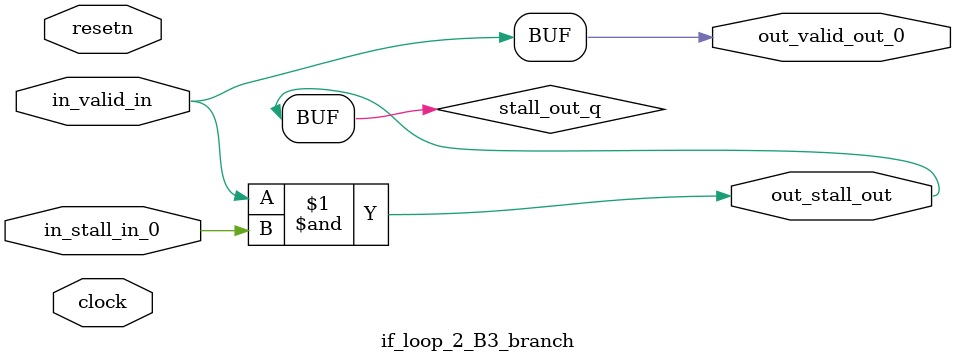
<source format=sv>



(* altera_attribute = "-name AUTO_SHIFT_REGISTER_RECOGNITION OFF; -name MESSAGE_DISABLE 10036; -name MESSAGE_DISABLE 10037; -name MESSAGE_DISABLE 14130; -name MESSAGE_DISABLE 14320; -name MESSAGE_DISABLE 15400; -name MESSAGE_DISABLE 14130; -name MESSAGE_DISABLE 10036; -name MESSAGE_DISABLE 12020; -name MESSAGE_DISABLE 12030; -name MESSAGE_DISABLE 12010; -name MESSAGE_DISABLE 12110; -name MESSAGE_DISABLE 14320; -name MESSAGE_DISABLE 13410; -name MESSAGE_DISABLE 113007; -name MESSAGE_DISABLE 10958" *)
module if_loop_2_B3_branch (
    input wire [0:0] in_stall_in_0,
    input wire [0:0] in_valid_in,
    output wire [0:0] out_stall_out,
    output wire [0:0] out_valid_out_0,
    input wire clock,
    input wire resetn
    );

    wire [0:0] stall_out_q;


    // stall_out(LOGICAL,6)
    assign stall_out_q = in_valid_in & in_stall_in_0;

    // out_stall_out(GPOUT,4)
    assign out_stall_out = stall_out_q;

    // out_valid_out_0(GPOUT,5)
    assign out_valid_out_0 = in_valid_in;

endmodule

</source>
